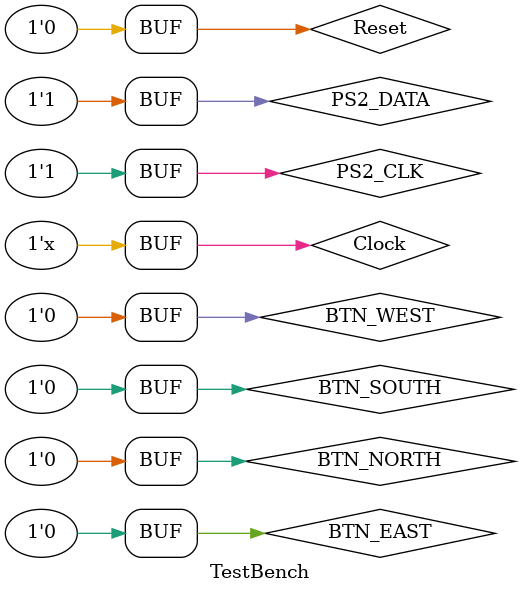
<source format=v>
`timescale 1ns / 1ps


/*module TestBench;

	// Inputs
	reg Clock;
	reg Reset;

	// Outputs
	wire [9:0]column_count;
	wire [8:0]row_count;
	wire VGA_HSYNC;
	wire VGA_VSYNC;

	// Instantiate the Unit Under Test (UUT)
	VGA_Control uut (
		.Clock(Clock), 
		.Reset(Reset), 
		.column_count(column_count),
		.row_count(row_count),
		.VGA_HSYNC(VGA_HSYNC),
		.VGA_VSYNC(VGA_VSYNC)
	);
	
	always
	begin
		#5  Clock =  ! Clock;

	end

	initial begin
		// Initialize Inputs
		Clock = 0;
		Reset = 0;

		// Wait 100 ns for global reset to finish
		#100;
		Reset = 1;
		#50
		Reset = 0;
        
		// Add stimulus here

	end
      
endmodule
*/


// ******** Testbench para la miniAlu

module TestBench;

	// Inputs
	reg Clock;
	reg Reset;
	reg BTN_EAST =0;
	reg BTN_SOUTH =0;
	reg BTN_WEST =0;
	reg BTN_NORTH =0;
	reg PS2_DATA;
	reg PS2_CLK;

	// Outputs
	wire VGA_RED;
	wire VGA_GREEN;
	wire VGA_BLUE;
	wire VGA_HSYNC;
	wire VGA_VSYNC;

	// Instantiate the Unit Under Test (UUT)
	MiniAlu dut
	(
		.Clock(Clock),
	   .Reset(Reset),
	   .BTN_EAST(BTN_EAST),
	   .BTN_NORTH(BTN_NORTH),
	   .BTN_SOUTH(BTN_SOUTH),
	   .BTN_WEST(BTN_WEST),
	   .PS2_DATA(PS2_DATA),
	   .PS2_CLK(PS2_CLK),
	   .VGA_HSYNC(VGA_HSYNC),
	   .VGA_VSYNC(VGA_VSYNC),
	   .VGA_RED(VGA_RED),
      .VGA_GREEN(VGA_GREEN),
	   .VGA_BLUE(VGA_BLUE)
 
);
	
	always
	begin
		#5  Clock =  ! Clock;

	end

	initial begin
		// Initialize Inputs
		Clock = 0;
		Reset = 0;
		PS2_DATA =1;
		PS2_CLK =1;

		
		// Wait 100 ns for global reset to finish
		#100;
		Reset = 1;
		#50
		Reset = 0;

		#8
		PS2_DATA=0;
		#2.5
		PS2_CLK =0; //RELOJ
		#2.5
		PS2_CLK =1; //RELOJ
		PS2_DATA=1;
		#2.5
		PS2_CLK =0; //RELOJ
		#2.5
		PS2_CLK =1; //RELOJ
		PS2_DATA=0;
		#2.5
		PS2_CLK =0; //RELOJ
		#2.5
		PS2_CLK =1; //RELO
		PS2_DATA=1;
		#2.5
		PS2_CLK =0; //RELOJ
		#2.5
		PS2_CLK =1; //RELOJ
		PS2_DATA=1;
		#2.5
		PS2_CLK =0; //RELOJ
		#2.5
		PS2_CLK =1; //RELOJ
		PS2_DATA=1;
		#2.5
		PS2_CLK =0; //RELOJ
		#2.5
		PS2_CLK =1; //RELOJ
		PS2_DATA=0; 
		#2.5
		PS2_CLK =0; //RELOJ
		#2.5
		PS2_CLK =1; //RELOJ
		PS2_DATA=0; 
		#2.5
		PS2_CLK =0; //RELOJ
		#2.5
		PS2_CLK =1; //RELOJ
		PS2_DATA=0; 
		#2.5
		PS2_CLK =0; //RELOJ
		#2.5
		PS2_CLK =1; //RELOJ
		PS2_DATA=1; 
		#2.5
		PS2_CLK =0; //RELOJ
		#2.5
		PS2_CLK =1; //RELOJ
		PS2_DATA=1;
		#2.5 
		PS2_CLK =0; //RELOJ
		#2.5 
		PS2_CLK =1; //RELOJ

		
        
		// Add stimulus here

	end
      
endmodule








</source>
